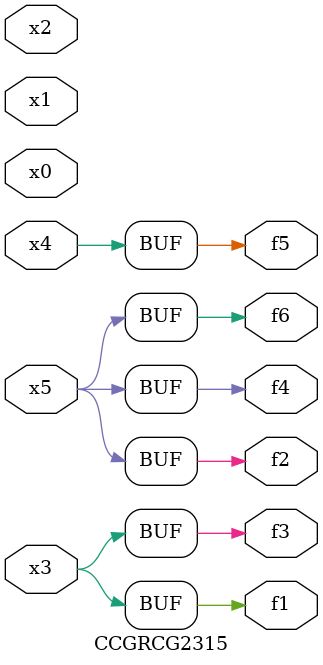
<source format=v>
module CCGRCG2315(
	input x0, x1, x2, x3, x4, x5,
	output f1, f2, f3, f4, f5, f6
);
	assign f1 = x3;
	assign f2 = x5;
	assign f3 = x3;
	assign f4 = x5;
	assign f5 = x4;
	assign f6 = x5;
endmodule

</source>
